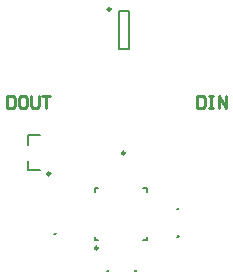
<source format=gto>
G04*
G04 #@! TF.GenerationSoftware,Altium Limited,Altium Designer,20.0.9 (164)*
G04*
G04 Layer_Color=65535*
%FSLAX25Y25*%
%MOIN*%
G70*
G01*
G75*
%ADD10C,0.00984*%
%ADD11C,0.01000*%
%ADD12C,0.00787*%
D10*
X-7547Y-43669D02*
G03*
X-7547Y-43669I-492J0D01*
G01*
X-3347Y35925D02*
G03*
X-3347Y35925I-492J0D01*
G01*
X-23492Y-18866D02*
G03*
X-23492Y-18866I-492J0D01*
G01*
X1428Y-12009D02*
G03*
X1428Y-12009I-492J0D01*
G01*
D11*
X-21779Y-38945D02*
G03*
X-21779Y-38945I-236J0D01*
G01*
X-4260Y-51346D02*
G03*
X-4260Y-51346I-236J0D01*
G01*
X4992D02*
G03*
X4992Y-51346I-236J0D01*
G01*
X19206Y-39732D02*
G03*
X19206Y-39732I-236J0D01*
G01*
X19165Y-30677D02*
G03*
X19165Y-30677I-236J0D01*
G01*
X-37846Y6936D02*
Y3000D01*
X-35879D01*
X-35223Y3656D01*
Y6280D01*
X-35879Y6936D01*
X-37846D01*
X-31943D02*
X-33255D01*
X-33911Y6280D01*
Y3656D01*
X-33255Y3000D01*
X-31943D01*
X-31287Y3656D01*
Y6280D01*
X-31943Y6936D01*
X-29975D02*
Y3656D01*
X-29319Y3000D01*
X-28007D01*
X-27351Y3656D01*
Y6936D01*
X-26039D02*
X-23415D01*
X-24727D01*
Y3000D01*
X25441Y6936D02*
Y3000D01*
X27409D01*
X28065Y3656D01*
Y6280D01*
X27409Y6936D01*
X25441D01*
X29377D02*
X30689D01*
X30033D01*
Y3000D01*
X29377D01*
X30689D01*
X32656D02*
Y6936D01*
X35280Y3000D01*
Y6936D01*
D12*
X-8630Y-41110D02*
X-7488D01*
X-8630D02*
Y-39968D01*
Y-24929D02*
Y-23787D01*
X-7488D01*
X7551D02*
X8693D01*
Y-24929D02*
Y-23787D01*
X7551Y-41110D02*
X8693D01*
Y-39968D01*
X-689Y22638D02*
Y35236D01*
X2854Y22638D02*
Y35236D01*
X-689D02*
X2854D01*
X-689Y22638D02*
X2854D01*
X-30874Y-17784D02*
X-26937D01*
X-30874D02*
Y-14535D01*
Y-5972D02*
X-26937D01*
X-30874Y-9221D02*
Y-5972D01*
M02*

</source>
